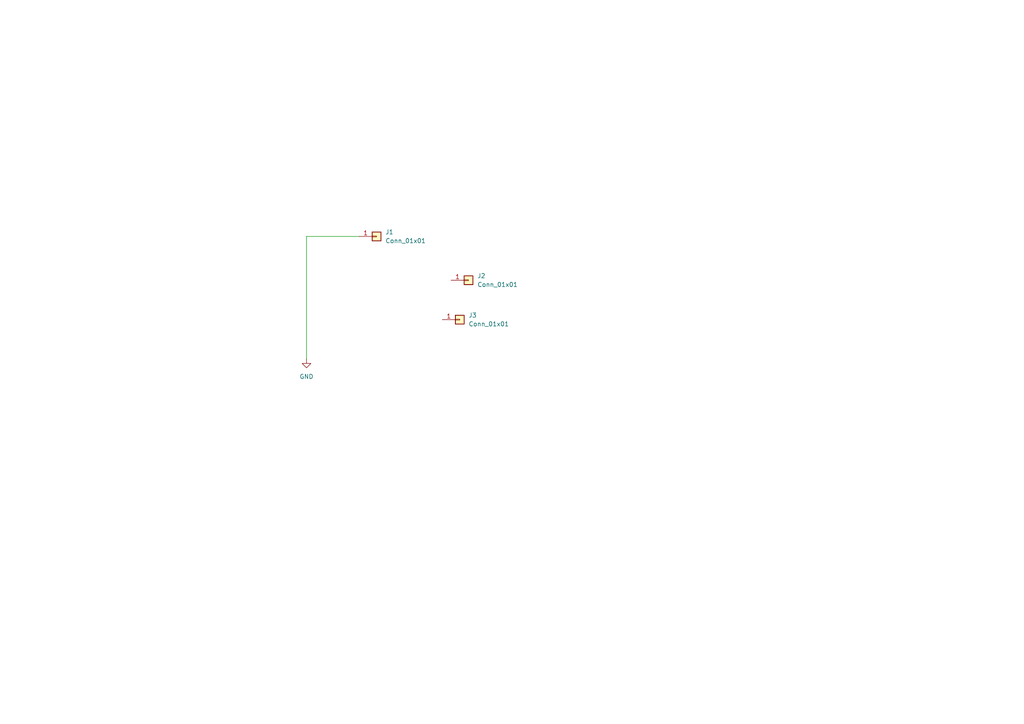
<source format=kicad_sch>
(kicad_sch (version 20230121) (generator eeschema)
  (paper "A4")
  (lib_symbols
    (symbol "Connector_Generic:Conn_01x01" (pin_names (offset 1.016) hide)
      (property "Reference" "J" (at 0 2.54 0))
      (property "Value" "Conn_01x01" (at 0 -2.54 0))
      (symbol "Conn_01x01_1_1"
        (rectangle (start -1.27 0.127) (end 0 -0.127) (stroke (width 0.1524)))
        (rectangle (start -1.27 1.27) (end 1.27 -1.27) (stroke (width 0.254)) (fill (type background)))
        (pin passive line (at -5.08 0 0) (length 3.81) (name "Pin_1") (number "1"))
      )
    )
    (symbol "power:GND" (power) (pin_names (offset 0))
      (property "Value" "GND" (at 0 -3.81 0))
      (symbol "GND_0_1"
        (polyline (pts (xy 0 0) (xy 0 -1.27) (xy 1.27 -1.27) (xy 0 -2.54) (xy -1.27 -1.27) (xy 0 -1.27)))
      )
      (symbol "GND_1_1"
        (pin power_in line (at 0 0 270) (length 0) hide (name "GND") (number "1"))
      )
    )
  )
  (wire (pts (xy 88.9 68.58) (xy 104.14 68.58)))
  (wire (pts (xy 88.9 68.58) (xy 88.9 104.14)))
  (symbol (lib_id "Connector_Generic:Conn_01x01") (at 109.22 68.58 0) (unit 1)
    (property "Reference" "J1" (at 111.76 67.31 0) (effects (justify left)))
    (property "Value" "Conn_01x01" (at 111.76 69.85 0) (effects (justify left)))
    (property "Footprint" "MKL:PogoPin_1x01" (effects hide))
  )
  (symbol (lib_id "Connector_Generic:Conn_01x01") (at 133.35 92.71 0) (unit 1)
    (property "Reference" "J3" (at 135.89 91.44 0) (effects (justify left)))
    (property "Value" "Conn_01x01" (at 135.89 93.98 0) (effects (justify left)))
    (property "Footprint" "MKL:PogoPin_1x01" (effects hide))
  )
  (symbol (lib_id "Connector_Generic:Conn_01x01") (at 135.89 81.28 0) (unit 1)
    (property "Reference" "J2" (at 138.43 80.01 0) (effects (justify left)))
    (property "Value" "Conn_01x01" (at 138.43 82.55 0) (effects (justify left)))
    (property "Footprint" "MKL:PogoPin_1x01" (effects hide))
  )
  (symbol (lib_id "power:GND") (at 88.9 104.14 0) (unit 1)
    (property "Reference" "#PWR01" (effects hide))
    (property "Value" "GND" (at 88.9 109.22 0))
  )
)
</source>
